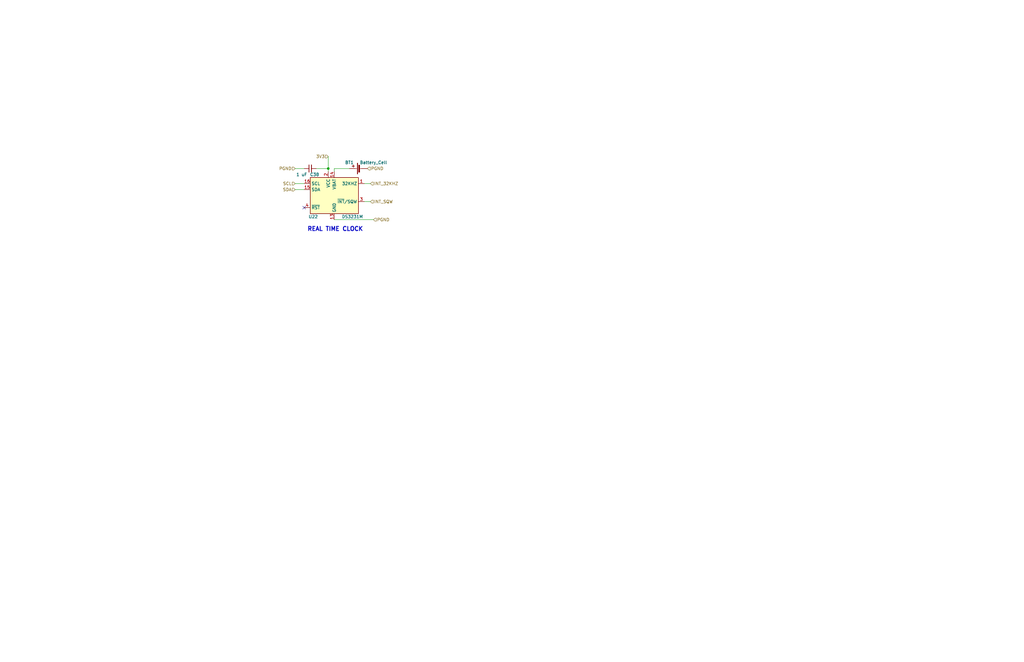
<source format=kicad_sch>
(kicad_sch (version 20211123) (generator eeschema)
  (paper "B")
  (title_block (title "BUM2 LED Controller") (date "2023-01-10") (rev "A"))
  (lib_symbols
    (symbol "Device:Battery_Cell" (pin_numbers hide) (pin_names (offset 0) hide)
      (property "Reference" "BT" (at 2.54 2.54 0))
      (property "Value" "Battery_Cell" (at 2.54 0 0))
      (symbol "Battery_Cell_0_1"
        (rectangle (start -2.286 1.778) (end 2.286 1.524) (fill (type outline)))
        (rectangle (start -1.5748 1.1938) (end 1.4732 0.6858) (fill (type outline)))
        (polyline (pts (xy 0 0.762) (xy 0 0)))
        (polyline (pts (xy 0 1.778) (xy 0 2.54)))
        (polyline (pts (xy 0.508 3.429) (xy 1.524 3.429)) (stroke (width 0.254)))
        (polyline (pts (xy 1.016 3.937) (xy 1.016 2.921)) (stroke (width 0.254)))
      )
      (symbol "Battery_Cell_1_1"
        (pin passive line (at 0 5.08 270) (length 2.54) (name "+") (number "1"))
        (pin passive line (at 0 -2.54 90) (length 2.54) (name "-") (number "2"))
      )
    )
    (symbol "EyeRIS-LRAUV-Control-rescue:C_Small-SPC-Control-rescue-EyeRIS-LRAUV-Control-rescue" (pin_numbers hide) (pin_names (offset 0.254) hide)
      (property "Reference" "C" (at 0.254 1.778 0))
      (property "Value" "C_Small-SPC-Control-rescue-EyeRIS-LRAUV-Control-rescue" (at 0.254 -2.032 0))
      (symbol "C_Small-SPC-Control-rescue-EyeRIS-LRAUV-Control-rescue_0_1"
        (polyline (pts (xy -1.524 -0.508) (xy 1.524 -0.508)) (stroke (width 0.3302)))
        (polyline (pts (xy -1.524 0.508) (xy 1.524 0.508)) (stroke (width 0.3048)))
      )
      (symbol "C_Small-SPC-Control-rescue-EyeRIS-LRAUV-Control-rescue_1_1"
        (pin passive line (at 0 2.54 270) (length 2.032) (name "~") (number "1"))
        (pin passive line (at 0 -2.54 90) (length 2.032) (name "~") (number "2"))
      )
    )
    (symbol "Timer_RTC:DS3231M"
      (property "Reference" "U" (at -7.62 8.89 0))
      (property "Value" "DS3231M" (at 10.16 8.89 0))
      (symbol "DS3231M_0_1"
        (rectangle (start -10.16 7.62) (end 10.16 -7.62) (stroke (width 0.254)) (fill (type background)))
      )
      (symbol "DS3231M_1_1"
        (pin open_collector line (at 12.7 5.08 180) (length 2.54) (name "32KHZ") (number "1"))
        (pin passive line (at 0 -10.16 90) (length 2.54) hide (name "GND") (number "10"))
        (pin passive line (at 0 -10.16 90) (length 2.54) hide (name "GND") (number "11"))
        (pin passive line (at 0 -10.16 90) (length 2.54) hide (name "GND") (number "12"))
        (pin power_in line (at 0 -10.16 90) (length 2.54) (name "GND") (number "13"))
        (pin power_in line (at 0 10.16 270) (length 2.54) (name "VBAT") (number "14"))
        (pin bidirectional line (at -12.7 2.54 0) (length 2.54) (name "SDA") (number "15"))
        (pin input line (at -12.7 5.08 0) (length 2.54) (name "SCL") (number "16"))
        (pin power_in line (at -2.54 10.16 270) (length 2.54) (name "VCC") (number "2"))
        (pin open_collector line (at 12.7 -2.54 180) (length 2.54) (name "~{INT}/SQW") (number "3"))
        (pin bidirectional line (at -12.7 -5.08 0) (length 2.54) (name "~{RST}") (number "4"))
        (pin passive line (at 0 -10.16 90) (length 2.54) hide (name "GND") (number "5"))
        (pin passive line (at 0 -10.16 90) (length 2.54) hide (name "GND") (number "6"))
        (pin passive line (at 0 -10.16 90) (length 2.54) hide (name "GND") (number "7"))
        (pin passive line (at 0 -10.16 90) (length 2.54) hide (name "GND") (number "8"))
        (pin passive line (at 0 -10.16 90) (length 2.54) hide (name "GND") (number "9"))
      )
    )
  )
  (junction (at 138.43 71.12))
  (no_connect (at 128.27 87.63))
  (wire (pts (xy 147.32 71.12) (xy 140.97 71.12)))
  (wire (pts (xy 124.46 71.12) (xy 128.27 71.12)))
  (wire (pts (xy 140.97 71.12) (xy 140.97 72.39)))
  (wire (pts (xy 140.97 92.71) (xy 157.48 92.71)))
  (wire (pts (xy 138.43 71.12) (xy 138.43 66.04)))
  (wire (pts (xy 124.46 77.47) (xy 128.27 77.47)))
  (wire (pts (xy 156.21 85.09) (xy 153.67 85.09)))
  (wire (pts (xy 133.35 71.12) (xy 138.43 71.12)))
  (wire (pts (xy 138.43 72.39) (xy 138.43 71.12)))
  (wire (pts (xy 124.46 80.01) (xy 128.27 80.01)))
  (wire (pts (xy 153.67 77.47) (xy 156.21 77.47)))
  (text "REAL TIME CLOCK\n" (at 129.54 97.79 0) (effects (font (size 1.7526 1.7526) (thickness 0.3505) bold) (justify left bottom)))
  (hierarchical_label "INT_32KHZ" (shape input) (at 156.21 77.47 0))
  (hierarchical_label "PGND" (shape input) (at 154.94 71.12 0))
  (hierarchical_label "PGND" (shape input) (at 124.46 71.12 180))
  (hierarchical_label "INT_SQW" (shape input) (at 156.21 85.09 0))
  (hierarchical_label "3V3" (shape input) (at 138.43 66.04 180))
  (hierarchical_label "SDA" (shape input) (at 124.46 80.01 180))
  (hierarchical_label "PGND" (shape input) (at 157.48 92.71 0))
  (hierarchical_label "SCL" (shape input) (at 124.46 77.47 180))
  (symbol (lib_id "Timer_RTC:DS3231M") (at 140.97 82.55 0) (unit 1)
    (property "Reference" "U22" (at 132.08 91.44 0))
    (property "Value" "DS3231M" (at 148.59 91.44 0))
    (property "Footprint" "Package_SO:SOIC-16W_7.5x10.3mm_P1.27mm" (effects hide))
    (property "Datasheet" "http://datasheets.maximintegrated.com/en/ds/DS3231.pdf" (effects hide))
    (property "Link" "https://www.digikey.com/en/products/detail/maxim-integrated/DS3231SN/1197576" (effects hide))
    (property "Part Number" "DS3231SN#-ND" (effects hide))
    (property "Supplier" "Digikey" (effects hide))
  )
  (symbol (lib_id "Device:Battery_Cell") (at 152.4 71.12 90) (unit 1)
    (property "Reference" "BT1" (at 147.32 68.58 90))
    (property "Value" "Battery_Cell" (at 157.48 68.58 90))
    (property "Footprint" "Battery:BatteryHolder_Keystone_3000_1x12mm" (effects hide))
    (property "Datasheet" "http://www.keyelco.com/product-pdf.cfm?p=777" (effects hide))
    (property "Link" "https://www.digikey.com/en/products/detail/keystone-electronics/3000/227440" (effects hide))
    (property "Part Number" "36-3000-ND" (effects hide))
    (property "Supplier" "Digikey" (effects hide))
  )
  (symbol (lib_id "EyeRIS-LRAUV-Control-rescue:C_Small-SPC-Control-rescue-EyeRIS-LRAUV-Control-rescue") (at 130.81 71.12 90) (unit 1)
    (property "Reference" "C38" (at 134.62 73.66 90) (effects (justify left)))
    (property "Value" "1 uF" (at 129.54 73.66 90) (effects (justify left)))
    (property "Footprint" "Capacitor_SMD:C_0603_1608Metric" (effects hide))
    (property "Datasheet" "https://ds.yuden.co.jp/TYCOMPAS/ut/detail?pn=UMK107AB7105KA-T%20%20&u=M" (effects hide))
    (property "Link" "https://www.digikey.com/en/products/detail/taiyo-yuden/UMK107AB7105KA-T/3660085" (effects hide))
    (property "Part Number" "587-3247-1-ND" (effects hide))
    (property "Supplier" "Digikey" (effects hide))
  )
)
</source>
